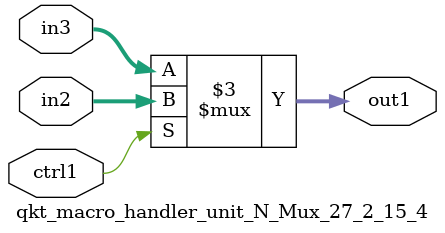
<source format=v>

`timescale 1ps / 1ps


module qkt_macro_handler_unit_N_Mux_27_2_15_4( in3, in2, ctrl1, out1 );

    input [26:0] in3;
    input [26:0] in2;
    input ctrl1;
    output [26:0] out1;
    reg [26:0] out1;

    
    // rtl_process:qkt_macro_handler_unit_N_Mux_27_2_15_4/qkt_macro_handler_unit_N_Mux_27_2_15_4_thread_1
    always @*
      begin : qkt_macro_handler_unit_N_Mux_27_2_15_4_thread_1
        case (ctrl1) 
          1'b1: 
            begin
              out1 = in2;
            end
          default: 
            begin
              out1 = in3;
            end
        endcase
      end

endmodule


</source>
